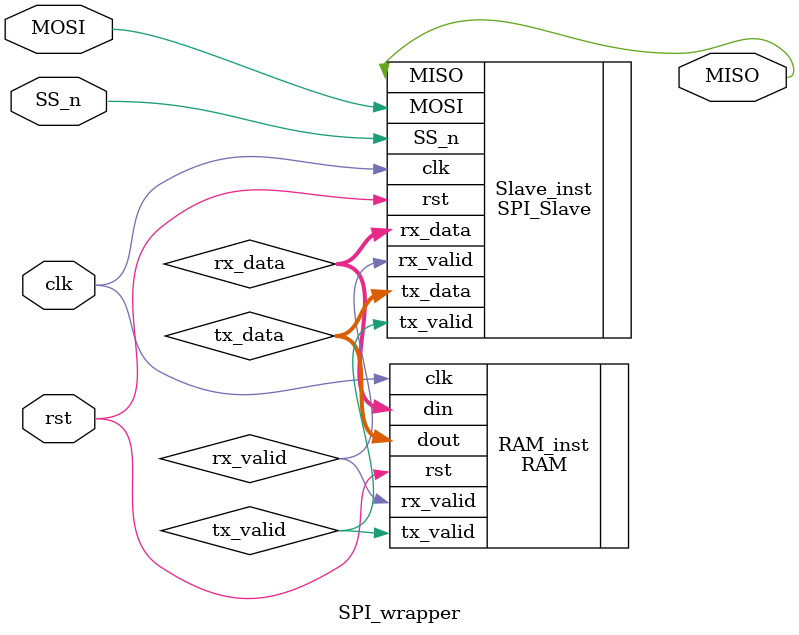
<source format=v>
module SPI_wrapper(
input clk,rst,SS_n,MOSI,
output MISO
);
/*wires*/
wire tx_valid,rx_valid;
wire [7:0] tx_data;
wire [9:0] rx_data;
/*instantiations*/
SPI_Slave Slave_inst(
.clk(clk),
.rst(rst),
.MISO(MISO),
.MOSI(MOSI),
.SS_n(SS_n),
.tx_valid(tx_valid),
.rx_valid(rx_valid),
.tx_data(tx_data),
.rx_data(rx_data));
RAM RAM_inst(
.clk(clk),
.rst(rst),
.tx_valid(tx_valid),
.rx_valid(rx_valid),
.din(rx_data),
.dout(tx_data));

  
endmodule

</source>
